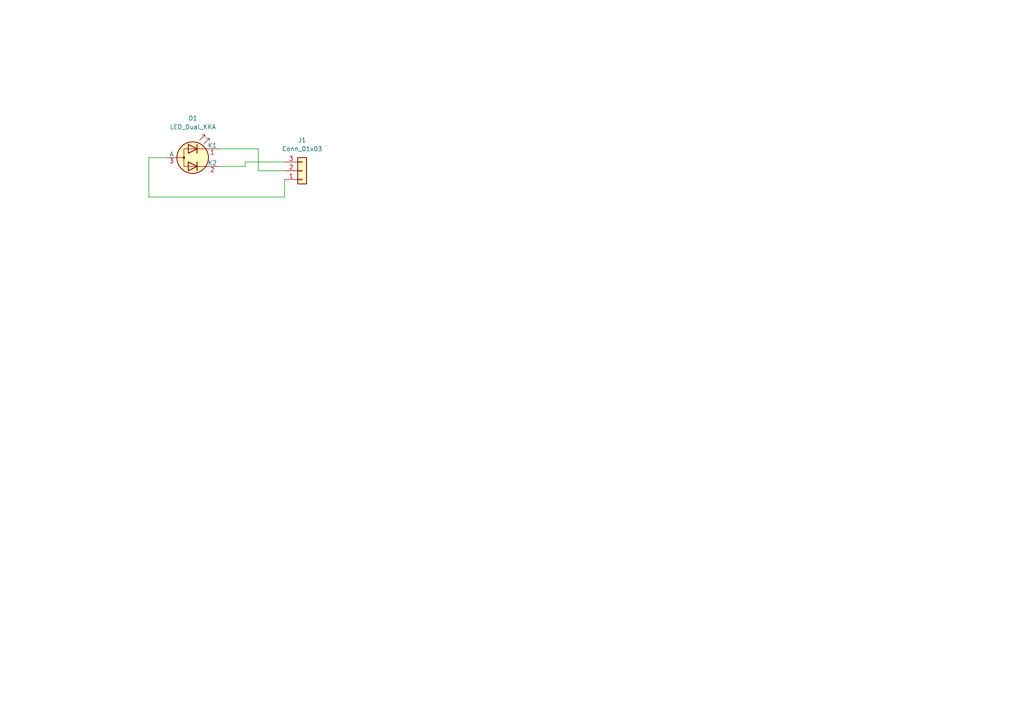
<source format=kicad_sch>
(kicad_sch (version 20231120) (generator "eeschema") (generator_version "8.0")
  (paper "A4")
  (lib_symbols
    (symbol "Connector_Generic:Conn_01x03" (pin_names (offset 1.016) hide)
      (property "Reference" "J" (at 0 5.08 0))
      (property "Value" "Conn_01x03" (at 0 -5.08 0))
      (symbol "Conn_01x03_1_1"
        (rectangle (start -1.27 -2.413) (end 0 -2.667) (stroke (width 0.1524)))
        (rectangle (start -1.27 0.127) (end 0 -0.127) (stroke (width 0.1524)))
        (rectangle (start -1.27 2.667) (end 0 2.413) (stroke (width 0.1524)))
        (rectangle (start -1.27 3.81) (end 1.27 -3.81) (stroke (width 0.254)) (fill (type background)))
        (pin passive line (at -5.08 2.54 0) (length 3.81) (name "Pin_1") (number "1"))
        (pin passive line (at -5.08 0 0) (length 3.81) (name "Pin_2") (number "2"))
        (pin passive line (at -5.08 -2.54 0) (length 3.81) (name "Pin_3") (number "3"))
      )
    )
    (symbol "Device:LED_Dual_KKA" (pin_names (offset 0))
      (property "Reference" "D" (at 0 5.715 0))
      (property "Value" "LED_Dual_KKA" (at 0 -6.35 0))
      (symbol "LED_Dual_KKA_0_1"
        (circle (center -2.54 0) (radius 0.2794) (fill (type outline)))
        (polyline (pts (xy -4.572 0) (xy -2.54 0)))
        (polyline (pts (xy 1.27 -1.27) (xy 1.27 -3.81)) (stroke (width 0.254)))
        (polyline (pts (xy 1.27 3.81) (xy 1.27 1.27)) (stroke (width 0.254)))
        (polyline (pts (xy 3.81 -2.54) (xy 1.905 -2.54)))
        (polyline (pts (xy 3.81 2.54) (xy 1.905 2.54)))
        (polyline (pts (xy -1.27 -1.27) (xy -1.27 -3.81) (xy 1.27 -2.54) (xy -1.27 -1.27)) (stroke (width 0.254)))
        (polyline (pts (xy -1.27 3.81) (xy -1.27 1.27) (xy 1.27 2.54) (xy -1.27 3.81)) (stroke (width 0.254)))
        (polyline (pts (xy 2.032 2.54) (xy -2.54 2.54) (xy -2.54 -2.54) (xy 2.032 -2.54)))
        (polyline (pts (xy 2.032 5.08) (xy 3.556 6.604) (xy 2.794 6.604) (xy 3.556 6.604) (xy 3.556 5.842)))
        (polyline (pts (xy 3.302 4.064) (xy 4.826 5.588) (xy 4.064 5.588) (xy 4.826 5.588) (xy 4.826 4.826)))
        (circle (center 0 0) (radius 4.572) (stroke (width 0.254)) (fill (type background)))
      )
      (symbol "LED_Dual_KKA_1_1"
        (pin input line (at 7.62 2.54 180) (length 3.81) (name "K1") (number "1"))
        (pin input line (at 7.62 -2.54 180) (length 3.81) (name "K2") (number "2"))
        (pin input line (at -7.62 0 0) (length 3.048) (name "A") (number "3"))
      )
    )
  )
  (wire (pts (xy 48.26 45.72) (xy 43.18 45.72)))
  (wire (pts (xy 71.12 46.99) (xy 82.55 46.99)))
  (wire (pts (xy 43.18 45.72) (xy 43.18 57.15)))
  (wire (pts (xy 43.18 57.15) (xy 82.55 57.15)))
  (wire (pts (xy 63.5 48.26) (xy 71.12 48.26)))
  (wire (pts (xy 74.93 49.53) (xy 74.93 43.18)))
  (wire (pts (xy 71.12 48.26) (xy 71.12 46.99)))
  (wire (pts (xy 82.55 57.15) (xy 82.55 52.07)))
  (wire (pts (xy 74.93 49.53) (xy 82.55 49.53)))
  (wire (pts (xy 74.93 43.18) (xy 63.5 43.18)))
  (symbol (lib_id "Connector_Generic:Conn_01x03") (at 87.63 49.53 0) (mirror x) (unit 1)
    (property "Reference" "J1" (at 87.63 40.64 0))
    (property "Value" "Conn_01x03" (at 87.63 43.18 0))
    (property "Footprint" "Connector_PinHeader_1.00mm:PinHeader_1x03_P1.00mm_Vertical" (effects (hide yes)))
    (property "Description" "Generic connector, single row, 01x03, script generated (kicad-library-utils/schlib/autogen/connector/)" (effects (hide yes)))
  )
  (symbol (lib_id "Device:LED_Dual_KKA") (at 55.88 45.72 0) (unit 1)
    (property "Reference" "D1" (at 55.9435 34.29 0))
    (property "Value" "LED_Dual_KKA" (at 55.9435 36.83 0))
    (property "Footprint" "my_led:smt760d850d" (effects (hide yes)))
    (property "Description" "Dual LED, common anode on pin 3" (effects (hide yes)))
  )
)
</source>
